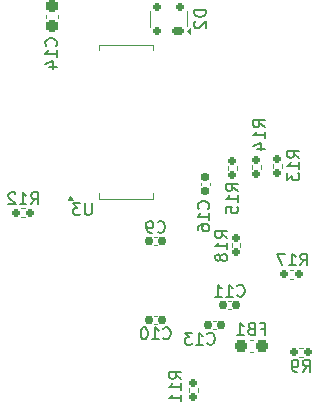
<source format=gbr>
%TF.GenerationSoftware,KiCad,Pcbnew,8.0.5*%
%TF.CreationDate,2024-10-08T14:31:27-07:00*%
%TF.ProjectId,USB_SPDTK2,5553425f-5350-4445-944b-322e6b696361,rev?*%
%TF.SameCoordinates,Original*%
%TF.FileFunction,Legend,Bot*%
%TF.FilePolarity,Positive*%
%FSLAX46Y46*%
G04 Gerber Fmt 4.6, Leading zero omitted, Abs format (unit mm)*
G04 Created by KiCad (PCBNEW 8.0.5) date 2024-10-08 14:31:27*
%MOMM*%
%LPD*%
G01*
G04 APERTURE LIST*
G04 Aperture macros list*
%AMRoundRect*
0 Rectangle with rounded corners*
0 $1 Rounding radius*
0 $2 $3 $4 $5 $6 $7 $8 $9 X,Y pos of 4 corners*
0 Add a 4 corners polygon primitive as box body*
4,1,4,$2,$3,$4,$5,$6,$7,$8,$9,$2,$3,0*
0 Add four circle primitives for the rounded corners*
1,1,$1+$1,$2,$3*
1,1,$1+$1,$4,$5*
1,1,$1+$1,$6,$7*
1,1,$1+$1,$8,$9*
0 Add four rect primitives between the rounded corners*
20,1,$1+$1,$2,$3,$4,$5,0*
20,1,$1+$1,$4,$5,$6,$7,0*
20,1,$1+$1,$6,$7,$8,$9,0*
20,1,$1+$1,$8,$9,$2,$3,0*%
G04 Aperture macros list end*
%ADD10C,0.150000*%
%ADD11C,0.120000*%
%ADD12R,1.000000X1.000000*%
%ADD13O,1.000000X1.000000*%
%ADD14C,3.600000*%
%ADD15C,5.600000*%
%ADD16C,2.374900*%
%ADD17C,0.990600*%
%ADD18O,0.900000X1.600000*%
%ADD19RoundRect,0.160000X-0.197500X-0.160000X0.197500X-0.160000X0.197500X0.160000X-0.197500X0.160000X0*%
%ADD20RoundRect,0.155000X0.212500X0.155000X-0.212500X0.155000X-0.212500X-0.155000X0.212500X-0.155000X0*%
%ADD21RoundRect,0.155000X-0.212500X-0.155000X0.212500X-0.155000X0.212500X0.155000X-0.212500X0.155000X0*%
%ADD22RoundRect,0.237500X-0.237500X0.300000X-0.237500X-0.300000X0.237500X-0.300000X0.237500X0.300000X0*%
%ADD23RoundRect,0.175000X0.325000X-0.175000X0.325000X0.175000X-0.325000X0.175000X-0.325000X-0.175000X0*%
%ADD24RoundRect,0.150000X0.150000X-0.200000X0.150000X0.200000X-0.150000X0.200000X-0.150000X-0.200000X0*%
%ADD25RoundRect,0.160000X0.160000X-0.197500X0.160000X0.197500X-0.160000X0.197500X-0.160000X-0.197500X0*%
%ADD26RoundRect,0.237500X0.300000X0.237500X-0.300000X0.237500X-0.300000X-0.237500X0.300000X-0.237500X0*%
%ADD27RoundRect,0.155000X-0.155000X0.212500X-0.155000X-0.212500X0.155000X-0.212500X0.155000X0.212500X0*%
%ADD28C,3.000000*%
%ADD29RoundRect,0.160000X0.197500X0.160000X-0.197500X0.160000X-0.197500X-0.160000X0.197500X-0.160000X0*%
%ADD30R,1.500000X0.600000*%
G04 APERTURE END LIST*
D10*
X136166666Y-101354819D02*
X136499999Y-100878628D01*
X136738094Y-101354819D02*
X136738094Y-100354819D01*
X136738094Y-100354819D02*
X136357142Y-100354819D01*
X136357142Y-100354819D02*
X136261904Y-100402438D01*
X136261904Y-100402438D02*
X136214285Y-100450057D01*
X136214285Y-100450057D02*
X136166666Y-100545295D01*
X136166666Y-100545295D02*
X136166666Y-100688152D01*
X136166666Y-100688152D02*
X136214285Y-100783390D01*
X136214285Y-100783390D02*
X136261904Y-100831009D01*
X136261904Y-100831009D02*
X136357142Y-100878628D01*
X136357142Y-100878628D02*
X136738094Y-100878628D01*
X135690475Y-101354819D02*
X135499999Y-101354819D01*
X135499999Y-101354819D02*
X135404761Y-101307200D01*
X135404761Y-101307200D02*
X135357142Y-101259580D01*
X135357142Y-101259580D02*
X135261904Y-101116723D01*
X135261904Y-101116723D02*
X135214285Y-100926247D01*
X135214285Y-100926247D02*
X135214285Y-100545295D01*
X135214285Y-100545295D02*
X135261904Y-100450057D01*
X135261904Y-100450057D02*
X135309523Y-100402438D01*
X135309523Y-100402438D02*
X135404761Y-100354819D01*
X135404761Y-100354819D02*
X135595237Y-100354819D01*
X135595237Y-100354819D02*
X135690475Y-100402438D01*
X135690475Y-100402438D02*
X135738094Y-100450057D01*
X135738094Y-100450057D02*
X135785713Y-100545295D01*
X135785713Y-100545295D02*
X135785713Y-100783390D01*
X135785713Y-100783390D02*
X135738094Y-100878628D01*
X135738094Y-100878628D02*
X135690475Y-100926247D01*
X135690475Y-100926247D02*
X135595237Y-100973866D01*
X135595237Y-100973866D02*
X135404761Y-100973866D01*
X135404761Y-100973866D02*
X135309523Y-100926247D01*
X135309523Y-100926247D02*
X135261904Y-100878628D01*
X135261904Y-100878628D02*
X135214285Y-100783390D01*
X130610357Y-94899580D02*
X130657976Y-94947200D01*
X130657976Y-94947200D02*
X130800833Y-94994819D01*
X130800833Y-94994819D02*
X130896071Y-94994819D01*
X130896071Y-94994819D02*
X131038928Y-94947200D01*
X131038928Y-94947200D02*
X131134166Y-94851961D01*
X131134166Y-94851961D02*
X131181785Y-94756723D01*
X131181785Y-94756723D02*
X131229404Y-94566247D01*
X131229404Y-94566247D02*
X131229404Y-94423390D01*
X131229404Y-94423390D02*
X131181785Y-94232914D01*
X131181785Y-94232914D02*
X131134166Y-94137676D01*
X131134166Y-94137676D02*
X131038928Y-94042438D01*
X131038928Y-94042438D02*
X130896071Y-93994819D01*
X130896071Y-93994819D02*
X130800833Y-93994819D01*
X130800833Y-93994819D02*
X130657976Y-94042438D01*
X130657976Y-94042438D02*
X130610357Y-94090057D01*
X129657976Y-94994819D02*
X130229404Y-94994819D01*
X129943690Y-94994819D02*
X129943690Y-93994819D01*
X129943690Y-93994819D02*
X130038928Y-94137676D01*
X130038928Y-94137676D02*
X130134166Y-94232914D01*
X130134166Y-94232914D02*
X130229404Y-94280533D01*
X128705595Y-94994819D02*
X129277023Y-94994819D01*
X128991309Y-94994819D02*
X128991309Y-93994819D01*
X128991309Y-93994819D02*
X129086547Y-94137676D01*
X129086547Y-94137676D02*
X129181785Y-94232914D01*
X129181785Y-94232914D02*
X129277023Y-94280533D01*
X124342857Y-98519580D02*
X124390476Y-98567200D01*
X124390476Y-98567200D02*
X124533333Y-98614819D01*
X124533333Y-98614819D02*
X124628571Y-98614819D01*
X124628571Y-98614819D02*
X124771428Y-98567200D01*
X124771428Y-98567200D02*
X124866666Y-98471961D01*
X124866666Y-98471961D02*
X124914285Y-98376723D01*
X124914285Y-98376723D02*
X124961904Y-98186247D01*
X124961904Y-98186247D02*
X124961904Y-98043390D01*
X124961904Y-98043390D02*
X124914285Y-97852914D01*
X124914285Y-97852914D02*
X124866666Y-97757676D01*
X124866666Y-97757676D02*
X124771428Y-97662438D01*
X124771428Y-97662438D02*
X124628571Y-97614819D01*
X124628571Y-97614819D02*
X124533333Y-97614819D01*
X124533333Y-97614819D02*
X124390476Y-97662438D01*
X124390476Y-97662438D02*
X124342857Y-97710057D01*
X123390476Y-98614819D02*
X123961904Y-98614819D01*
X123676190Y-98614819D02*
X123676190Y-97614819D01*
X123676190Y-97614819D02*
X123771428Y-97757676D01*
X123771428Y-97757676D02*
X123866666Y-97852914D01*
X123866666Y-97852914D02*
X123961904Y-97900533D01*
X122771428Y-97614819D02*
X122676190Y-97614819D01*
X122676190Y-97614819D02*
X122580952Y-97662438D01*
X122580952Y-97662438D02*
X122533333Y-97710057D01*
X122533333Y-97710057D02*
X122485714Y-97805295D01*
X122485714Y-97805295D02*
X122438095Y-97995771D01*
X122438095Y-97995771D02*
X122438095Y-98233866D01*
X122438095Y-98233866D02*
X122485714Y-98424342D01*
X122485714Y-98424342D02*
X122533333Y-98519580D01*
X122533333Y-98519580D02*
X122580952Y-98567200D01*
X122580952Y-98567200D02*
X122676190Y-98614819D01*
X122676190Y-98614819D02*
X122771428Y-98614819D01*
X122771428Y-98614819D02*
X122866666Y-98567200D01*
X122866666Y-98567200D02*
X122914285Y-98519580D01*
X122914285Y-98519580D02*
X122961904Y-98424342D01*
X122961904Y-98424342D02*
X123009523Y-98233866D01*
X123009523Y-98233866D02*
X123009523Y-97995771D01*
X123009523Y-97995771D02*
X122961904Y-97805295D01*
X122961904Y-97805295D02*
X122914285Y-97710057D01*
X122914285Y-97710057D02*
X122866666Y-97662438D01*
X122866666Y-97662438D02*
X122771428Y-97614819D01*
X123866666Y-89499580D02*
X123914285Y-89547200D01*
X123914285Y-89547200D02*
X124057142Y-89594819D01*
X124057142Y-89594819D02*
X124152380Y-89594819D01*
X124152380Y-89594819D02*
X124295237Y-89547200D01*
X124295237Y-89547200D02*
X124390475Y-89451961D01*
X124390475Y-89451961D02*
X124438094Y-89356723D01*
X124438094Y-89356723D02*
X124485713Y-89166247D01*
X124485713Y-89166247D02*
X124485713Y-89023390D01*
X124485713Y-89023390D02*
X124438094Y-88832914D01*
X124438094Y-88832914D02*
X124390475Y-88737676D01*
X124390475Y-88737676D02*
X124295237Y-88642438D01*
X124295237Y-88642438D02*
X124152380Y-88594819D01*
X124152380Y-88594819D02*
X124057142Y-88594819D01*
X124057142Y-88594819D02*
X123914285Y-88642438D01*
X123914285Y-88642438D02*
X123866666Y-88690057D01*
X123390475Y-89594819D02*
X123199999Y-89594819D01*
X123199999Y-89594819D02*
X123104761Y-89547200D01*
X123104761Y-89547200D02*
X123057142Y-89499580D01*
X123057142Y-89499580D02*
X122961904Y-89356723D01*
X122961904Y-89356723D02*
X122914285Y-89166247D01*
X122914285Y-89166247D02*
X122914285Y-88785295D01*
X122914285Y-88785295D02*
X122961904Y-88690057D01*
X122961904Y-88690057D02*
X123009523Y-88642438D01*
X123009523Y-88642438D02*
X123104761Y-88594819D01*
X123104761Y-88594819D02*
X123295237Y-88594819D01*
X123295237Y-88594819D02*
X123390475Y-88642438D01*
X123390475Y-88642438D02*
X123438094Y-88690057D01*
X123438094Y-88690057D02*
X123485713Y-88785295D01*
X123485713Y-88785295D02*
X123485713Y-89023390D01*
X123485713Y-89023390D02*
X123438094Y-89118628D01*
X123438094Y-89118628D02*
X123390475Y-89166247D01*
X123390475Y-89166247D02*
X123295237Y-89213866D01*
X123295237Y-89213866D02*
X123104761Y-89213866D01*
X123104761Y-89213866D02*
X123009523Y-89166247D01*
X123009523Y-89166247D02*
X122961904Y-89118628D01*
X122961904Y-89118628D02*
X122914285Y-89023390D01*
X115259580Y-73757142D02*
X115307200Y-73709523D01*
X115307200Y-73709523D02*
X115354819Y-73566666D01*
X115354819Y-73566666D02*
X115354819Y-73471428D01*
X115354819Y-73471428D02*
X115307200Y-73328571D01*
X115307200Y-73328571D02*
X115211961Y-73233333D01*
X115211961Y-73233333D02*
X115116723Y-73185714D01*
X115116723Y-73185714D02*
X114926247Y-73138095D01*
X114926247Y-73138095D02*
X114783390Y-73138095D01*
X114783390Y-73138095D02*
X114592914Y-73185714D01*
X114592914Y-73185714D02*
X114497676Y-73233333D01*
X114497676Y-73233333D02*
X114402438Y-73328571D01*
X114402438Y-73328571D02*
X114354819Y-73471428D01*
X114354819Y-73471428D02*
X114354819Y-73566666D01*
X114354819Y-73566666D02*
X114402438Y-73709523D01*
X114402438Y-73709523D02*
X114450057Y-73757142D01*
X115354819Y-74709523D02*
X115354819Y-74138095D01*
X115354819Y-74423809D02*
X114354819Y-74423809D01*
X114354819Y-74423809D02*
X114497676Y-74328571D01*
X114497676Y-74328571D02*
X114592914Y-74233333D01*
X114592914Y-74233333D02*
X114640533Y-74138095D01*
X114688152Y-75566666D02*
X115354819Y-75566666D01*
X114307200Y-75328571D02*
X115021485Y-75090476D01*
X115021485Y-75090476D02*
X115021485Y-75709523D01*
X127954819Y-70741905D02*
X126954819Y-70741905D01*
X126954819Y-70741905D02*
X126954819Y-70980000D01*
X126954819Y-70980000D02*
X127002438Y-71122857D01*
X127002438Y-71122857D02*
X127097676Y-71218095D01*
X127097676Y-71218095D02*
X127192914Y-71265714D01*
X127192914Y-71265714D02*
X127383390Y-71313333D01*
X127383390Y-71313333D02*
X127526247Y-71313333D01*
X127526247Y-71313333D02*
X127716723Y-71265714D01*
X127716723Y-71265714D02*
X127811961Y-71218095D01*
X127811961Y-71218095D02*
X127907200Y-71122857D01*
X127907200Y-71122857D02*
X127954819Y-70980000D01*
X127954819Y-70980000D02*
X127954819Y-70741905D01*
X127050057Y-71694286D02*
X127002438Y-71741905D01*
X127002438Y-71741905D02*
X126954819Y-71837143D01*
X126954819Y-71837143D02*
X126954819Y-72075238D01*
X126954819Y-72075238D02*
X127002438Y-72170476D01*
X127002438Y-72170476D02*
X127050057Y-72218095D01*
X127050057Y-72218095D02*
X127145295Y-72265714D01*
X127145295Y-72265714D02*
X127240533Y-72265714D01*
X127240533Y-72265714D02*
X127383390Y-72218095D01*
X127383390Y-72218095D02*
X127954819Y-71646667D01*
X127954819Y-71646667D02*
X127954819Y-72265714D01*
X128075357Y-98959580D02*
X128122976Y-99007200D01*
X128122976Y-99007200D02*
X128265833Y-99054819D01*
X128265833Y-99054819D02*
X128361071Y-99054819D01*
X128361071Y-99054819D02*
X128503928Y-99007200D01*
X128503928Y-99007200D02*
X128599166Y-98911961D01*
X128599166Y-98911961D02*
X128646785Y-98816723D01*
X128646785Y-98816723D02*
X128694404Y-98626247D01*
X128694404Y-98626247D02*
X128694404Y-98483390D01*
X128694404Y-98483390D02*
X128646785Y-98292914D01*
X128646785Y-98292914D02*
X128599166Y-98197676D01*
X128599166Y-98197676D02*
X128503928Y-98102438D01*
X128503928Y-98102438D02*
X128361071Y-98054819D01*
X128361071Y-98054819D02*
X128265833Y-98054819D01*
X128265833Y-98054819D02*
X128122976Y-98102438D01*
X128122976Y-98102438D02*
X128075357Y-98150057D01*
X127122976Y-99054819D02*
X127694404Y-99054819D01*
X127408690Y-99054819D02*
X127408690Y-98054819D01*
X127408690Y-98054819D02*
X127503928Y-98197676D01*
X127503928Y-98197676D02*
X127599166Y-98292914D01*
X127599166Y-98292914D02*
X127694404Y-98340533D01*
X126789642Y-98054819D02*
X126170595Y-98054819D01*
X126170595Y-98054819D02*
X126503928Y-98435771D01*
X126503928Y-98435771D02*
X126361071Y-98435771D01*
X126361071Y-98435771D02*
X126265833Y-98483390D01*
X126265833Y-98483390D02*
X126218214Y-98531009D01*
X126218214Y-98531009D02*
X126170595Y-98626247D01*
X126170595Y-98626247D02*
X126170595Y-98864342D01*
X126170595Y-98864342D02*
X126218214Y-98959580D01*
X126218214Y-98959580D02*
X126265833Y-99007200D01*
X126265833Y-99007200D02*
X126361071Y-99054819D01*
X126361071Y-99054819D02*
X126646785Y-99054819D01*
X126646785Y-99054819D02*
X126742023Y-99007200D01*
X126742023Y-99007200D02*
X126789642Y-98959580D01*
X129754819Y-90057142D02*
X129278628Y-89723809D01*
X129754819Y-89485714D02*
X128754819Y-89485714D01*
X128754819Y-89485714D02*
X128754819Y-89866666D01*
X128754819Y-89866666D02*
X128802438Y-89961904D01*
X128802438Y-89961904D02*
X128850057Y-90009523D01*
X128850057Y-90009523D02*
X128945295Y-90057142D01*
X128945295Y-90057142D02*
X129088152Y-90057142D01*
X129088152Y-90057142D02*
X129183390Y-90009523D01*
X129183390Y-90009523D02*
X129231009Y-89961904D01*
X129231009Y-89961904D02*
X129278628Y-89866666D01*
X129278628Y-89866666D02*
X129278628Y-89485714D01*
X129754819Y-91009523D02*
X129754819Y-90438095D01*
X129754819Y-90723809D02*
X128754819Y-90723809D01*
X128754819Y-90723809D02*
X128897676Y-90628571D01*
X128897676Y-90628571D02*
X128992914Y-90533333D01*
X128992914Y-90533333D02*
X129040533Y-90438095D01*
X129183390Y-91580952D02*
X129135771Y-91485714D01*
X129135771Y-91485714D02*
X129088152Y-91438095D01*
X129088152Y-91438095D02*
X128992914Y-91390476D01*
X128992914Y-91390476D02*
X128945295Y-91390476D01*
X128945295Y-91390476D02*
X128850057Y-91438095D01*
X128850057Y-91438095D02*
X128802438Y-91485714D01*
X128802438Y-91485714D02*
X128754819Y-91580952D01*
X128754819Y-91580952D02*
X128754819Y-91771428D01*
X128754819Y-91771428D02*
X128802438Y-91866666D01*
X128802438Y-91866666D02*
X128850057Y-91914285D01*
X128850057Y-91914285D02*
X128945295Y-91961904D01*
X128945295Y-91961904D02*
X128992914Y-91961904D01*
X128992914Y-91961904D02*
X129088152Y-91914285D01*
X129088152Y-91914285D02*
X129135771Y-91866666D01*
X129135771Y-91866666D02*
X129183390Y-91771428D01*
X129183390Y-91771428D02*
X129183390Y-91580952D01*
X129183390Y-91580952D02*
X129231009Y-91485714D01*
X129231009Y-91485714D02*
X129278628Y-91438095D01*
X129278628Y-91438095D02*
X129373866Y-91390476D01*
X129373866Y-91390476D02*
X129564342Y-91390476D01*
X129564342Y-91390476D02*
X129659580Y-91438095D01*
X129659580Y-91438095D02*
X129707200Y-91485714D01*
X129707200Y-91485714D02*
X129754819Y-91580952D01*
X129754819Y-91580952D02*
X129754819Y-91771428D01*
X129754819Y-91771428D02*
X129707200Y-91866666D01*
X129707200Y-91866666D02*
X129659580Y-91914285D01*
X129659580Y-91914285D02*
X129564342Y-91961904D01*
X129564342Y-91961904D02*
X129373866Y-91961904D01*
X129373866Y-91961904D02*
X129278628Y-91914285D01*
X129278628Y-91914285D02*
X129231009Y-91866666D01*
X129231009Y-91866666D02*
X129183390Y-91771428D01*
X132633333Y-97701009D02*
X132966666Y-97701009D01*
X132966666Y-98224819D02*
X132966666Y-97224819D01*
X132966666Y-97224819D02*
X132490476Y-97224819D01*
X131776190Y-97701009D02*
X131633333Y-97748628D01*
X131633333Y-97748628D02*
X131585714Y-97796247D01*
X131585714Y-97796247D02*
X131538095Y-97891485D01*
X131538095Y-97891485D02*
X131538095Y-98034342D01*
X131538095Y-98034342D02*
X131585714Y-98129580D01*
X131585714Y-98129580D02*
X131633333Y-98177200D01*
X131633333Y-98177200D02*
X131728571Y-98224819D01*
X131728571Y-98224819D02*
X132109523Y-98224819D01*
X132109523Y-98224819D02*
X132109523Y-97224819D01*
X132109523Y-97224819D02*
X131776190Y-97224819D01*
X131776190Y-97224819D02*
X131680952Y-97272438D01*
X131680952Y-97272438D02*
X131633333Y-97320057D01*
X131633333Y-97320057D02*
X131585714Y-97415295D01*
X131585714Y-97415295D02*
X131585714Y-97510533D01*
X131585714Y-97510533D02*
X131633333Y-97605771D01*
X131633333Y-97605771D02*
X131680952Y-97653390D01*
X131680952Y-97653390D02*
X131776190Y-97701009D01*
X131776190Y-97701009D02*
X132109523Y-97701009D01*
X130585714Y-98224819D02*
X131157142Y-98224819D01*
X130871428Y-98224819D02*
X130871428Y-97224819D01*
X130871428Y-97224819D02*
X130966666Y-97367676D01*
X130966666Y-97367676D02*
X131061904Y-97462914D01*
X131061904Y-97462914D02*
X131157142Y-97510533D01*
X128159580Y-87557142D02*
X128207200Y-87509523D01*
X128207200Y-87509523D02*
X128254819Y-87366666D01*
X128254819Y-87366666D02*
X128254819Y-87271428D01*
X128254819Y-87271428D02*
X128207200Y-87128571D01*
X128207200Y-87128571D02*
X128111961Y-87033333D01*
X128111961Y-87033333D02*
X128016723Y-86985714D01*
X128016723Y-86985714D02*
X127826247Y-86938095D01*
X127826247Y-86938095D02*
X127683390Y-86938095D01*
X127683390Y-86938095D02*
X127492914Y-86985714D01*
X127492914Y-86985714D02*
X127397676Y-87033333D01*
X127397676Y-87033333D02*
X127302438Y-87128571D01*
X127302438Y-87128571D02*
X127254819Y-87271428D01*
X127254819Y-87271428D02*
X127254819Y-87366666D01*
X127254819Y-87366666D02*
X127302438Y-87509523D01*
X127302438Y-87509523D02*
X127350057Y-87557142D01*
X128254819Y-88509523D02*
X128254819Y-87938095D01*
X128254819Y-88223809D02*
X127254819Y-88223809D01*
X127254819Y-88223809D02*
X127397676Y-88128571D01*
X127397676Y-88128571D02*
X127492914Y-88033333D01*
X127492914Y-88033333D02*
X127540533Y-87938095D01*
X127254819Y-89366666D02*
X127254819Y-89176190D01*
X127254819Y-89176190D02*
X127302438Y-89080952D01*
X127302438Y-89080952D02*
X127350057Y-89033333D01*
X127350057Y-89033333D02*
X127492914Y-88938095D01*
X127492914Y-88938095D02*
X127683390Y-88890476D01*
X127683390Y-88890476D02*
X128064342Y-88890476D01*
X128064342Y-88890476D02*
X128159580Y-88938095D01*
X128159580Y-88938095D02*
X128207200Y-88985714D01*
X128207200Y-88985714D02*
X128254819Y-89080952D01*
X128254819Y-89080952D02*
X128254819Y-89271428D01*
X128254819Y-89271428D02*
X128207200Y-89366666D01*
X128207200Y-89366666D02*
X128159580Y-89414285D01*
X128159580Y-89414285D02*
X128064342Y-89461904D01*
X128064342Y-89461904D02*
X127826247Y-89461904D01*
X127826247Y-89461904D02*
X127731009Y-89414285D01*
X127731009Y-89414285D02*
X127683390Y-89366666D01*
X127683390Y-89366666D02*
X127635771Y-89271428D01*
X127635771Y-89271428D02*
X127635771Y-89080952D01*
X127635771Y-89080952D02*
X127683390Y-88985714D01*
X127683390Y-88985714D02*
X127731009Y-88938095D01*
X127731009Y-88938095D02*
X127826247Y-88890476D01*
X130654819Y-86057142D02*
X130178628Y-85723809D01*
X130654819Y-85485714D02*
X129654819Y-85485714D01*
X129654819Y-85485714D02*
X129654819Y-85866666D01*
X129654819Y-85866666D02*
X129702438Y-85961904D01*
X129702438Y-85961904D02*
X129750057Y-86009523D01*
X129750057Y-86009523D02*
X129845295Y-86057142D01*
X129845295Y-86057142D02*
X129988152Y-86057142D01*
X129988152Y-86057142D02*
X130083390Y-86009523D01*
X130083390Y-86009523D02*
X130131009Y-85961904D01*
X130131009Y-85961904D02*
X130178628Y-85866666D01*
X130178628Y-85866666D02*
X130178628Y-85485714D01*
X130654819Y-87009523D02*
X130654819Y-86438095D01*
X130654819Y-86723809D02*
X129654819Y-86723809D01*
X129654819Y-86723809D02*
X129797676Y-86628571D01*
X129797676Y-86628571D02*
X129892914Y-86533333D01*
X129892914Y-86533333D02*
X129940533Y-86438095D01*
X129654819Y-87914285D02*
X129654819Y-87438095D01*
X129654819Y-87438095D02*
X130131009Y-87390476D01*
X130131009Y-87390476D02*
X130083390Y-87438095D01*
X130083390Y-87438095D02*
X130035771Y-87533333D01*
X130035771Y-87533333D02*
X130035771Y-87771428D01*
X130035771Y-87771428D02*
X130083390Y-87866666D01*
X130083390Y-87866666D02*
X130131009Y-87914285D01*
X130131009Y-87914285D02*
X130226247Y-87961904D01*
X130226247Y-87961904D02*
X130464342Y-87961904D01*
X130464342Y-87961904D02*
X130559580Y-87914285D01*
X130559580Y-87914285D02*
X130607200Y-87866666D01*
X130607200Y-87866666D02*
X130654819Y-87771428D01*
X130654819Y-87771428D02*
X130654819Y-87533333D01*
X130654819Y-87533333D02*
X130607200Y-87438095D01*
X130607200Y-87438095D02*
X130559580Y-87390476D01*
X113140357Y-87184819D02*
X113473690Y-86708628D01*
X113711785Y-87184819D02*
X113711785Y-86184819D01*
X113711785Y-86184819D02*
X113330833Y-86184819D01*
X113330833Y-86184819D02*
X113235595Y-86232438D01*
X113235595Y-86232438D02*
X113187976Y-86280057D01*
X113187976Y-86280057D02*
X113140357Y-86375295D01*
X113140357Y-86375295D02*
X113140357Y-86518152D01*
X113140357Y-86518152D02*
X113187976Y-86613390D01*
X113187976Y-86613390D02*
X113235595Y-86661009D01*
X113235595Y-86661009D02*
X113330833Y-86708628D01*
X113330833Y-86708628D02*
X113711785Y-86708628D01*
X112187976Y-87184819D02*
X112759404Y-87184819D01*
X112473690Y-87184819D02*
X112473690Y-86184819D01*
X112473690Y-86184819D02*
X112568928Y-86327676D01*
X112568928Y-86327676D02*
X112664166Y-86422914D01*
X112664166Y-86422914D02*
X112759404Y-86470533D01*
X111807023Y-86280057D02*
X111759404Y-86232438D01*
X111759404Y-86232438D02*
X111664166Y-86184819D01*
X111664166Y-86184819D02*
X111426071Y-86184819D01*
X111426071Y-86184819D02*
X111330833Y-86232438D01*
X111330833Y-86232438D02*
X111283214Y-86280057D01*
X111283214Y-86280057D02*
X111235595Y-86375295D01*
X111235595Y-86375295D02*
X111235595Y-86470533D01*
X111235595Y-86470533D02*
X111283214Y-86613390D01*
X111283214Y-86613390D02*
X111854642Y-87184819D01*
X111854642Y-87184819D02*
X111235595Y-87184819D01*
X132954819Y-80657142D02*
X132478628Y-80323809D01*
X132954819Y-80085714D02*
X131954819Y-80085714D01*
X131954819Y-80085714D02*
X131954819Y-80466666D01*
X131954819Y-80466666D02*
X132002438Y-80561904D01*
X132002438Y-80561904D02*
X132050057Y-80609523D01*
X132050057Y-80609523D02*
X132145295Y-80657142D01*
X132145295Y-80657142D02*
X132288152Y-80657142D01*
X132288152Y-80657142D02*
X132383390Y-80609523D01*
X132383390Y-80609523D02*
X132431009Y-80561904D01*
X132431009Y-80561904D02*
X132478628Y-80466666D01*
X132478628Y-80466666D02*
X132478628Y-80085714D01*
X132954819Y-81609523D02*
X132954819Y-81038095D01*
X132954819Y-81323809D02*
X131954819Y-81323809D01*
X131954819Y-81323809D02*
X132097676Y-81228571D01*
X132097676Y-81228571D02*
X132192914Y-81133333D01*
X132192914Y-81133333D02*
X132240533Y-81038095D01*
X132288152Y-82466666D02*
X132954819Y-82466666D01*
X131907200Y-82228571D02*
X132621485Y-81990476D01*
X132621485Y-81990476D02*
X132621485Y-82609523D01*
X118271904Y-87074819D02*
X118271904Y-87884342D01*
X118271904Y-87884342D02*
X118224285Y-87979580D01*
X118224285Y-87979580D02*
X118176666Y-88027200D01*
X118176666Y-88027200D02*
X118081428Y-88074819D01*
X118081428Y-88074819D02*
X117890952Y-88074819D01*
X117890952Y-88074819D02*
X117795714Y-88027200D01*
X117795714Y-88027200D02*
X117748095Y-87979580D01*
X117748095Y-87979580D02*
X117700476Y-87884342D01*
X117700476Y-87884342D02*
X117700476Y-87074819D01*
X117319523Y-87074819D02*
X116700476Y-87074819D01*
X116700476Y-87074819D02*
X117033809Y-87455771D01*
X117033809Y-87455771D02*
X116890952Y-87455771D01*
X116890952Y-87455771D02*
X116795714Y-87503390D01*
X116795714Y-87503390D02*
X116748095Y-87551009D01*
X116748095Y-87551009D02*
X116700476Y-87646247D01*
X116700476Y-87646247D02*
X116700476Y-87884342D01*
X116700476Y-87884342D02*
X116748095Y-87979580D01*
X116748095Y-87979580D02*
X116795714Y-88027200D01*
X116795714Y-88027200D02*
X116890952Y-88074819D01*
X116890952Y-88074819D02*
X117176666Y-88074819D01*
X117176666Y-88074819D02*
X117271904Y-88027200D01*
X117271904Y-88027200D02*
X117319523Y-87979580D01*
X125854819Y-101957142D02*
X125378628Y-101623809D01*
X125854819Y-101385714D02*
X124854819Y-101385714D01*
X124854819Y-101385714D02*
X124854819Y-101766666D01*
X124854819Y-101766666D02*
X124902438Y-101861904D01*
X124902438Y-101861904D02*
X124950057Y-101909523D01*
X124950057Y-101909523D02*
X125045295Y-101957142D01*
X125045295Y-101957142D02*
X125188152Y-101957142D01*
X125188152Y-101957142D02*
X125283390Y-101909523D01*
X125283390Y-101909523D02*
X125331009Y-101861904D01*
X125331009Y-101861904D02*
X125378628Y-101766666D01*
X125378628Y-101766666D02*
X125378628Y-101385714D01*
X125854819Y-102909523D02*
X125854819Y-102338095D01*
X125854819Y-102623809D02*
X124854819Y-102623809D01*
X124854819Y-102623809D02*
X124997676Y-102528571D01*
X124997676Y-102528571D02*
X125092914Y-102433333D01*
X125092914Y-102433333D02*
X125140533Y-102338095D01*
X125854819Y-103861904D02*
X125854819Y-103290476D01*
X125854819Y-103576190D02*
X124854819Y-103576190D01*
X124854819Y-103576190D02*
X124997676Y-103480952D01*
X124997676Y-103480952D02*
X125092914Y-103385714D01*
X125092914Y-103385714D02*
X125140533Y-103290476D01*
X135942857Y-92354819D02*
X136276190Y-91878628D01*
X136514285Y-92354819D02*
X136514285Y-91354819D01*
X136514285Y-91354819D02*
X136133333Y-91354819D01*
X136133333Y-91354819D02*
X136038095Y-91402438D01*
X136038095Y-91402438D02*
X135990476Y-91450057D01*
X135990476Y-91450057D02*
X135942857Y-91545295D01*
X135942857Y-91545295D02*
X135942857Y-91688152D01*
X135942857Y-91688152D02*
X135990476Y-91783390D01*
X135990476Y-91783390D02*
X136038095Y-91831009D01*
X136038095Y-91831009D02*
X136133333Y-91878628D01*
X136133333Y-91878628D02*
X136514285Y-91878628D01*
X134990476Y-92354819D02*
X135561904Y-92354819D01*
X135276190Y-92354819D02*
X135276190Y-91354819D01*
X135276190Y-91354819D02*
X135371428Y-91497676D01*
X135371428Y-91497676D02*
X135466666Y-91592914D01*
X135466666Y-91592914D02*
X135561904Y-91640533D01*
X134657142Y-91354819D02*
X133990476Y-91354819D01*
X133990476Y-91354819D02*
X134419047Y-92354819D01*
X135854819Y-83257142D02*
X135378628Y-82923809D01*
X135854819Y-82685714D02*
X134854819Y-82685714D01*
X134854819Y-82685714D02*
X134854819Y-83066666D01*
X134854819Y-83066666D02*
X134902438Y-83161904D01*
X134902438Y-83161904D02*
X134950057Y-83209523D01*
X134950057Y-83209523D02*
X135045295Y-83257142D01*
X135045295Y-83257142D02*
X135188152Y-83257142D01*
X135188152Y-83257142D02*
X135283390Y-83209523D01*
X135283390Y-83209523D02*
X135331009Y-83161904D01*
X135331009Y-83161904D02*
X135378628Y-83066666D01*
X135378628Y-83066666D02*
X135378628Y-82685714D01*
X135854819Y-84209523D02*
X135854819Y-83638095D01*
X135854819Y-83923809D02*
X134854819Y-83923809D01*
X134854819Y-83923809D02*
X134997676Y-83828571D01*
X134997676Y-83828571D02*
X135092914Y-83733333D01*
X135092914Y-83733333D02*
X135140533Y-83638095D01*
X134854819Y-84542857D02*
X134854819Y-85161904D01*
X134854819Y-85161904D02*
X135235771Y-84828571D01*
X135235771Y-84828571D02*
X135235771Y-84971428D01*
X135235771Y-84971428D02*
X135283390Y-85066666D01*
X135283390Y-85066666D02*
X135331009Y-85114285D01*
X135331009Y-85114285D02*
X135426247Y-85161904D01*
X135426247Y-85161904D02*
X135664342Y-85161904D01*
X135664342Y-85161904D02*
X135759580Y-85114285D01*
X135759580Y-85114285D02*
X135807200Y-85066666D01*
X135807200Y-85066666D02*
X135854819Y-84971428D01*
X135854819Y-84971428D02*
X135854819Y-84685714D01*
X135854819Y-84685714D02*
X135807200Y-84590476D01*
X135807200Y-84590476D02*
X135759580Y-84542857D01*
D11*
%TO.C,R9*%
X136167621Y-99320000D02*
X135832379Y-99320000D01*
X136167621Y-100080000D02*
X135832379Y-100080000D01*
%TO.C,C11*%
X129851665Y-95340000D02*
X130083335Y-95340000D01*
X129851665Y-96060000D02*
X130083335Y-96060000D01*
%TO.C,C10*%
X123815835Y-96640000D02*
X123584165Y-96640000D01*
X123815835Y-97360000D02*
X123584165Y-97360000D01*
%TO.C,C9*%
X123584165Y-89940000D02*
X123815835Y-89940000D01*
X123584165Y-90660000D02*
X123815835Y-90660000D01*
%TO.C,C14*%
X114390000Y-71408767D02*
X114390000Y-71116233D01*
X115410000Y-71408767D02*
X115410000Y-71116233D01*
%TO.C,D2*%
X123240000Y-70850000D02*
X123240000Y-72150000D01*
X126360000Y-72120000D02*
X126360000Y-70850000D01*
X126640000Y-72740000D02*
X126310000Y-72500000D01*
X126640000Y-72260000D01*
X126640000Y-72740000D01*
G36*
X126640000Y-72740000D02*
G01*
X126310000Y-72500000D01*
X126640000Y-72260000D01*
X126640000Y-72740000D01*
G37*
%TO.C,C13*%
X128584165Y-97040000D02*
X128815835Y-97040000D01*
X128584165Y-97760000D02*
X128815835Y-97760000D01*
%TO.C,R18*%
X130120000Y-90432379D02*
X130120000Y-90767621D01*
X130880000Y-90432379D02*
X130880000Y-90767621D01*
%TO.C,FB1*%
X131653733Y-98690000D02*
X131946267Y-98690000D01*
X131653733Y-99710000D02*
X131946267Y-99710000D01*
%TO.C,C16*%
X127540000Y-85583335D02*
X127540000Y-85351665D01*
X128260000Y-85583335D02*
X128260000Y-85351665D01*
%TO.C,R15*%
X129820000Y-83932379D02*
X129820000Y-84267621D01*
X130580000Y-83932379D02*
X130580000Y-84267621D01*
%TO.C,R12*%
X112329879Y-87520000D02*
X112665121Y-87520000D01*
X112329879Y-88280000D02*
X112665121Y-88280000D01*
%TO.C,R14*%
X131820000Y-83832379D02*
X131820000Y-84167621D01*
X132580000Y-83832379D02*
X132580000Y-84167621D01*
%TO.C,U3*%
X118900000Y-74150000D02*
X118900000Y-73670000D01*
X118900000Y-86730000D02*
X118900000Y-86250000D01*
X123500000Y-73670000D02*
X118900000Y-73670000D01*
X123500000Y-73670000D02*
X123500000Y-74150000D01*
X123500000Y-86730000D02*
X118900000Y-86730000D01*
X123500000Y-86730000D02*
X123500000Y-86250000D01*
X116715000Y-86805000D02*
X116235000Y-86805000D01*
X116475000Y-86475000D01*
X116715000Y-86805000D01*
G36*
X116715000Y-86805000D02*
G01*
X116235000Y-86805000D01*
X116475000Y-86475000D01*
X116715000Y-86805000D01*
G37*
%TO.C,R11*%
X126520000Y-102732379D02*
X126520000Y-103067621D01*
X127280000Y-102732379D02*
X127280000Y-103067621D01*
%TO.C,R17*%
X135367621Y-92720000D02*
X135032379Y-92720000D01*
X135367621Y-93480000D02*
X135032379Y-93480000D01*
%TO.C,R13*%
X133620000Y-83807379D02*
X133620000Y-84142621D01*
X134380000Y-83807379D02*
X134380000Y-84142621D01*
%TD*%
%LPC*%
D12*
%TO.C,J3*%
X111430000Y-66190000D03*
D13*
X112700000Y-66190000D03*
X111430000Y-67460000D03*
X112700000Y-67460000D03*
X111430000Y-68730000D03*
X112700000Y-68730000D03*
X111430000Y-70000000D03*
X112700000Y-70000000D03*
X111430000Y-71270000D03*
X112700000Y-71270000D03*
X111430000Y-72540000D03*
X112700000Y-72540000D03*
X111430000Y-73810000D03*
X112700000Y-73810000D03*
X111430000Y-75080000D03*
X112700000Y-75080000D03*
%TD*%
D14*
%TO.C,H1*%
X119012000Y-110500000D03*
D15*
X119012000Y-110500000D03*
%TD*%
D16*
%TO.C,J2*%
X110525000Y-105740000D03*
D17*
X113065000Y-105740000D03*
D16*
X115605000Y-105740000D03*
X110525000Y-100025000D03*
X115605000Y-100025000D03*
D17*
X112049000Y-98120000D03*
X114081000Y-98120000D03*
%TD*%
D14*
%TO.C,H2*%
X130188000Y-110500000D03*
D15*
X130188000Y-110500000D03*
%TD*%
D18*
%TO.C,J1*%
X127300000Y-65125000D03*
X120700000Y-65125000D03*
%TD*%
D19*
%TO.C,R9*%
X135402500Y-99700000D03*
X136597500Y-99700000D03*
%TD*%
D20*
%TO.C,C11*%
X130535000Y-95700000D03*
X129400000Y-95700000D03*
%TD*%
D21*
%TO.C,C10*%
X123132500Y-97000000D03*
X124267500Y-97000000D03*
%TD*%
D20*
%TO.C,C9*%
X124267500Y-90300000D03*
X123132500Y-90300000D03*
%TD*%
D22*
%TO.C,C14*%
X114900000Y-70400000D03*
X114900000Y-72125000D03*
%TD*%
D23*
%TO.C,D2*%
X125550000Y-72500000D03*
D24*
X123850000Y-72500000D03*
X123850000Y-70500000D03*
X125750000Y-70500000D03*
%TD*%
D20*
%TO.C,C13*%
X129267500Y-97400000D03*
X128132500Y-97400000D03*
%TD*%
D25*
%TO.C,R18*%
X130500000Y-91197500D03*
X130500000Y-90002500D03*
%TD*%
D26*
%TO.C,FB1*%
X132662500Y-99200000D03*
X130937500Y-99200000D03*
%TD*%
D27*
%TO.C,C16*%
X127900000Y-84900000D03*
X127900000Y-86035000D03*
%TD*%
D28*
%TO.C,FID3*%
X109900000Y-111500000D03*
%TD*%
D25*
%TO.C,R15*%
X130200000Y-84697500D03*
X130200000Y-83502500D03*
%TD*%
D29*
%TO.C,R12*%
X113095000Y-87900000D03*
X111900000Y-87900000D03*
%TD*%
D25*
%TO.C,R14*%
X132200000Y-84597500D03*
X132200000Y-83402500D03*
%TD*%
D30*
%TO.C,U3*%
X116450000Y-85915000D03*
X116450000Y-84645000D03*
X116450000Y-83375000D03*
X116450000Y-82105000D03*
X116450000Y-80835000D03*
X116450000Y-79565000D03*
X116450000Y-78295000D03*
X116450000Y-77025000D03*
X116450000Y-75755000D03*
X116450000Y-74485000D03*
X125950000Y-74485000D03*
X125950000Y-75755000D03*
X125950000Y-77025000D03*
X125950000Y-78295000D03*
X125950000Y-79565000D03*
X125950000Y-80835000D03*
X125950000Y-82105000D03*
X125950000Y-83375000D03*
X125950000Y-84645000D03*
X125950000Y-85915000D03*
%TD*%
D25*
%TO.C,R11*%
X126900000Y-103497500D03*
X126900000Y-102302500D03*
%TD*%
D19*
%TO.C,R17*%
X134602500Y-93100000D03*
X135797500Y-93100000D03*
%TD*%
D25*
%TO.C,R13*%
X134000000Y-84572500D03*
X134000000Y-83377500D03*
%TD*%
D28*
%TO.C,FID4*%
X139400000Y-66000000D03*
%TD*%
%LPD*%
M02*

</source>
